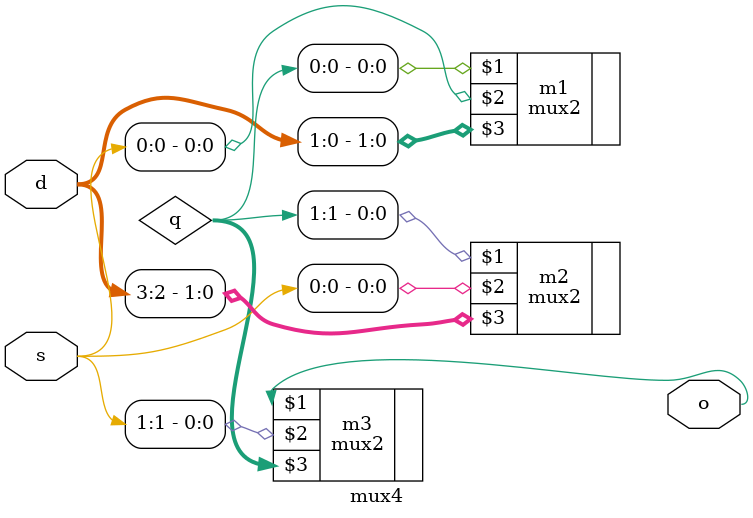
<source format=v>
`timescale 1ns / 1ps
module mux4(o, s, d);
	output o;
	input [1:0] s;
	input [3:0] d;
	
	wire o;
	wire [1:0] s;
	wire [3:0] d;
	wire [1:0] q;
	
	mux2 m1(q[0], s[0], d[1:0]);
	mux2 m2(q[1], s[0], d[3:2]);
	mux2 m3(o, s[1], q[1:0]);
endmodule

</source>
